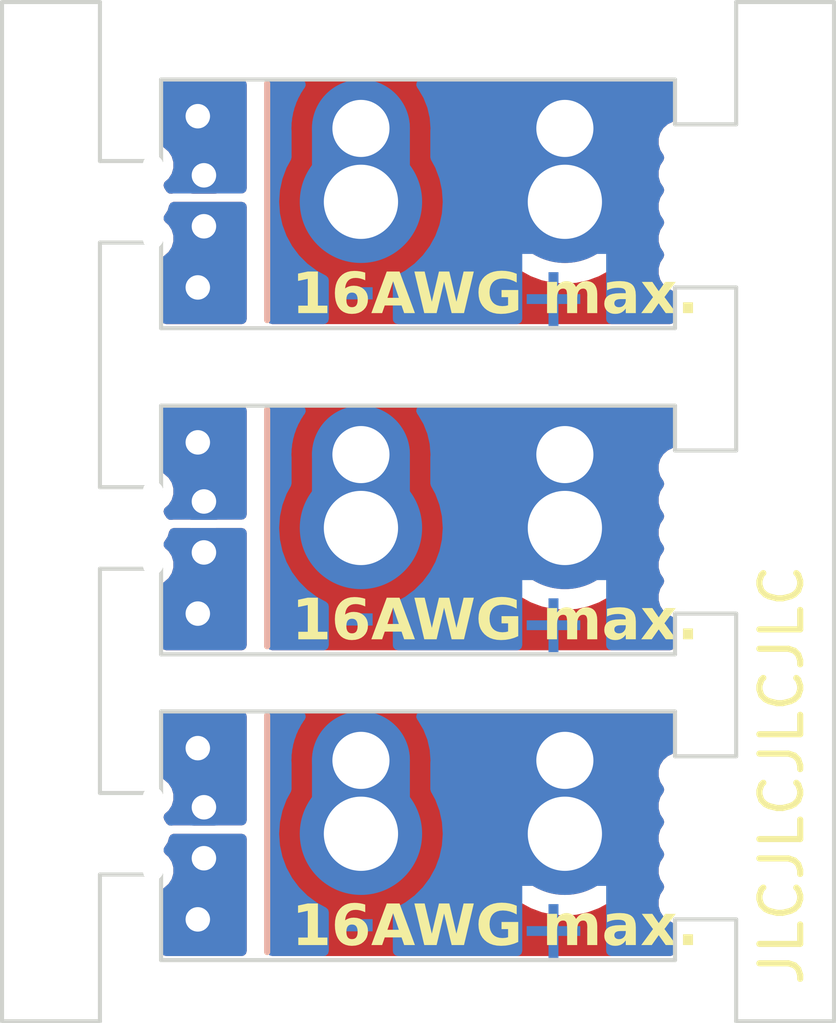
<source format=kicad_pcb>
(kicad_pcb (version 20221018) (generator pcbnew)
  (layers (0 "F.Cu" signal) (31 "B.Cu" signal) (34 "B.Paste" user) (35 "F.Paste" user) (36 "B.SilkS" user "B.Silkscreen") (37 "F.SilkS" user "F.Silkscreen") (38 "B.Mask" user) (39 "F.Mask" user) (44 "Edge.Cuts" user))
  (net 0 "")
  (net 1 "T0")
  (net 2 "g")
  (net 3 "HE-")
  (net 4 "VIN")
  (footprint "NPTH" (layer "F.Cu") (at 207.599558 141.020828)
    (fp_text reference "REF**" hide)
    (fp_text value "NPTH" hide)
    (pad "" np_thru_hole circle (at 0 0) (size 0.5 0.5) (drill 0.5) (layers "F&B.Cu" "*.Mask"))
  )
  (footprint "NPTH" (layer "F.Cu") (at 207.599558 148.520828)
    (fp_text reference "REF**" hide)
    (fp_text value "NPTH" hide)
    (pad "" np_thru_hole circle (at 0 0) (size 0.5 0.5) (drill 0.5) (layers "F&B.Cu" "*.Mask"))
  )
  (footprint "NPTH" (layer "F.Cu") (at 194.6 134.5)
    (fp_text reference "REF**" hide)
    (fp_text value "NPTH" hide)
    (pad "" np_thru_hole circle (at 0 0) (size 0.5 0.5) (drill 0.5) (layers "F&B.Cu" "*.Mask"))
  )
  (footprint "NPTH" (layer "F.Cu") (at 207.599558 141.815621)
    (fp_text reference "REF**" hide)
    (fp_text value "NPTH" hide)
    (pad "" np_thru_hole circle (at 0 0) (size 0.5 0.5) (drill 0.5) (layers "F&B.Cu" "*.Mask"))
  )
  (footprint "NPTH" (layer "F.Cu") (at 207.599558 149.315621)
    (fp_text reference "REF**" hide)
    (fp_text value "NPTH" hide)
    (pad "" np_thru_hole circle (at 0 0) (size 0.5 0.5) (drill 0.5) (layers "F&B.Cu" "*.Mask"))
  )
  (footprint "NPTH" (layer "F.Cu") (at 207.599558 134.610414)
    (fp_text reference "REF**" hide)
    (fp_text value "NPTH" hide)
    (pad "" np_thru_hole circle (at 0 0) (size 0.5 0.5) (drill 0.5) (layers "F&B.Cu" "*.Mask"))
  )
  (footprint "NPTH" (layer "F.Cu") (at 207.599558 150.905207)
    (fp_text reference "REF**" hide)
    (fp_text value "NPTH" hide)
    (pad "" np_thru_hole circle (at 0 0) (size 0.5 0.5) (drill 0.5) (layers "F&B.Cu" "*.Mask"))
  )
  (footprint "NPTH" (layer "F.Cu") (at 207.599558 133.020828)
    (fp_text reference "REF**" hide)
    (fp_text value "NPTH" hide)
    (pad "" np_thru_hole circle (at 0 0) (size 0.5 0.5) (drill 0.5) (layers "F&B.Cu" "*.Mask"))
  )
  (footprint "NPTH" (layer "F.Cu") (at 207.599558 150.110414)
    (fp_text reference "REF**" hide)
    (fp_text value "NPTH" hide)
    (pad "" np_thru_hole circle (at 0 0) (size 0.5 0.5) (drill 0.5) (layers "F&B.Cu" "*.Mask"))
  )
  (footprint "NPTH" (layer "F.Cu") (at 194.7 150.9)
    (fp_text reference "REF**" hide)
    (fp_text value "NPTH" hide)
    (pad "" np_thru_hole circle (at 0 0) (size 0.5 0.5) (drill 0.5) (layers "F&B.Cu" "*.Mask"))
  )
  (footprint "NPTH" (layer "F.Cu") (at 194.7 149.1)
    (fp_text reference "REF**" hide)
    (fp_text value "NPTH" hide)
    (pad "" np_thru_hole circle (at 0 0) (size 0.5 0.5) (drill 0.5) (layers "F&B.Cu" "*.Mask"))
  )
  (footprint "NPTH" (layer "F.Cu") (at 207.599558 143.405207)
    (fp_text reference "REF**" hide)
    (fp_text value "NPTH" hide)
    (pad "" np_thru_hole circle (at 0 0) (size 0.5 0.5) (drill 0.5) (layers "F&B.Cu" "*.Mask"))
  )
  (footprint "NPTH" (layer "F.Cu") (at 207.599558 144.2)
    (fp_text reference "REF**" hide)
    (fp_text value "NPTH" hide)
    (pad "" np_thru_hole circle (at 0 0) (size 0.5 0.5) (drill 0.5) (layers "F&B.Cu" "*.Mask"))
  )
  (footprint "NPTH" (layer "F.Cu") (at 194.7 135.4)
    (fp_text reference "REF**" hide)
    (fp_text value "NPTH" hide)
    (pad "" np_thru_hole circle (at 0 0) (size 0.5 0.5) (drill 0.5) (layers "F&B.Cu" "*.Mask"))
  )
  (footprint "NPTH" (layer "F.Cu") (at 207.599558 136.2)
    (fp_text reference "REF**" hide)
    (fp_text value "NPTH" hide)
    (pad "" np_thru_hole circle (at 0 0) (size 0.5 0.5) (drill 0.5) (layers "F&B.Cu" "*.Mask"))
  )
  (footprint "Connector_Hirose:Hirose_DF13-02P-1.25DSA_1x02_P1.25mm_Vertical" (layer "F.Cu") (at 195.95 150.6 90)
    (fp_text reference "the 2plus2" hide)
    (fp_text value "Hirose_DF13-02P-1.25DSA_1x02_P1.25mm_Vertical" hide)
    (pad "1" thru_hole roundrect (at 0 0 90) (size 0.9 1.4) (drill 0.6) (layers "*.Cu" "*.Mask") (net 2 "g"))
    (pad "T0" thru_hole oval (at 1.25 0 90) (size 0.9 1.4) (drill 0.6) (layers "*.Cu" "*.Mask") (net 1 "T0"))
  )
  (footprint "NPTH" (layer "F.Cu") (at 207.599558 135.405207)
    (fp_text reference "REF**" hide)
    (fp_text value "NPTH" hide)
    (pad "" np_thru_hole circle (at 0 0) (size 0.5 0.5) (drill 0.5) (layers "F&B.Cu" "*.Mask"))
  )
  (footprint "NPTH" (layer "F.Cu") (at 207.599558 133.815621)
    (fp_text reference "REF**" hide)
    (fp_text value "NPTH" hide)
    (pad "" np_thru_hole circle (at 0 0) (size 0.5 0.5) (drill 0.5) (layers "F&B.Cu" "*.Mask"))
  )
  (footprint "Connector_Hirose:Hirose_DF13-02P-1.25DSA_1x02_P1.25mm_Vertical" (layer "F.Cu") (at 195.95 143.1 90)
    (fp_text reference "the 2plus2" hide)
    (fp_text value "Hirose_DF13-02P-1.25DSA_1x02_P1.25mm_Vertical" hide)
    (pad "1" thru_hole roundrect (at 0 0 90) (size 0.9 1.4) (drill 0.6) (layers "*.Cu" "*.Mask") (net 2 "g"))
    (pad "T0" thru_hole oval (at 1.25 0 90) (size 0.9 1.4) (drill 0.6) (layers "*.Cu" "*.Mask") (net 1 "T0"))
  )
  (footprint "NPTH" (layer "F.Cu") (at 194.7 143.4)
    (fp_text reference "REF**" hide)
    (fp_text value "NPTH" hide)
    (pad "" np_thru_hole circle (at 0 0) (size 0.5 0.5) (drill 0.5) (layers "F&B.Cu" "*.Mask"))
  )
  (footprint "NPTH" (layer "F.Cu") (at 194.7 141.6)
    (fp_text reference "REF**" hide)
    (fp_text value "NPTH" hide)
    (pad "" np_thru_hole circle (at 0 0) (size 0.5 0.5) (drill 0.5) (layers "F&B.Cu" "*.Mask"))
  )
  (footprint "NPTH" (layer "F.Cu") (at 194.6 150)
    (fp_text reference "REF**" hide)
    (fp_text value "NPTH" hide)
    (pad "" np_thru_hole circle (at 0 0) (size 0.5 0.5) (drill 0.5) (layers "F&B.Cu" "*.Mask"))
  )
  (footprint "NPTH" (layer "F.Cu") (at 194.7 133.6)
    (fp_text reference "REF**" hide)
    (fp_text value "NPTH" hide)
    (pad "" np_thru_hole circle (at 0 0) (size 0.5 0.5) (drill 0.5) (layers "F&B.Cu" "*.Mask"))
  )
  (footprint "NPTH" (layer "F.Cu") (at 194.6 142.5)
    (fp_text reference "REF**" hide)
    (fp_text value "NPTH" hide)
    (pad "" np_thru_hole circle (at 0 0) (size 0.5 0.5) (drill 0.5) (layers "F&B.Cu" "*.Mask"))
  )
  (footprint "Connector_Hirose:Hirose_DF13-02P-1.25DSA_1x02_P1.25mm_Vertical" (layer "F.Cu") (at 195.95 135.1 90)
    (fp_text reference "the 2plus2" hide)
    (fp_text value "Hirose_DF13-02P-1.25DSA_1x02_P1.25mm_Vertical" hide)
    (pad "1" thru_hole roundrect (at 0 0 90) (size 0.9 1.4) (drill 0.6) (layers "*.Cu" "*.Mask") (net 2 "g"))
    (pad "T0" thru_hole oval (at 1.25 0 90) (size 0.9 1.4) (drill 0.6) (layers "*.Cu" "*.Mask") (net 1 "T0"))
  )
  (footprint "NPTH" (layer "F.Cu") (at 207.599558 142.610414)
    (fp_text reference "REF**" hide)
    (fp_text value "NPTH" hide)
    (pad "" np_thru_hole circle (at 0 0) (size 0.5 0.5) (drill 0.5) (layers "F&B.Cu" "*.Mask"))
  )
  (footprint "NPTH" (layer "F.Cu") (at 207.599558 151.7)
    (fp_text reference "REF**" hide)
    (fp_text value "NPTH" hide)
    (pad "" np_thru_hole circle (at 0 0) (size 0.5 0.5) (drill 0.5) (layers "F&B.Cu" "*.Mask"))
  )
  (gr_line (start 197.5 147.1) (end 197.5 152.9) (stroke (width 0.15)) (layer "B.SilkS"))
  (gr_line (start 197.5 131.6) (end 197.5 137.4) (stroke (width 0.15)) (layer "B.SilkS"))
  (gr_line (start 197.5 139.6) (end 197.5 145.4) (stroke (width 0.15)) (layer "B.SilkS"))
  (gr_line (start 197.5 131.6) (end 197.5 137.4) (stroke (width 0.15)) (layer "F.SilkS"))
  (gr_line (start 197.5 139.6) (end 197.5 145.4) (stroke (width 0.15)) (layer "F.SilkS"))
  (gr_line (start 197.5 147.1) (end 197.5 152.9) (stroke (width 0.15)) (layer "F.SilkS"))
  (gr_line (start 194.9 135.5) (end 193.4 135.5) (stroke (width 0.1)) (layer "Edge.Cuts"))
  (gr_line (start 193.4 133.5) (end 193.4 129.6) (stroke (width 0.1)) (layer "Edge.Cuts"))
  (gr_line (start 207.5 139.5) (end 207.5 140.6) (stroke (width 0.1)) (layer "Edge.Cuts"))
  (gr_line (start 194.9 145.6) (end 194.9 143.5) (stroke (width 0.1)) (layer "Edge.Cuts"))
  (gr_line (start 207.5 147) (end 207.5 148.1) (stroke (width 0.1)) (layer "Edge.Cuts"))
  (gr_line (start 194.9 141.5) (end 194.9 139.5) (stroke (width 0.1)) (layer "Edge.Cuts"))
  (gr_line (start 209 144.6) (end 209 148.1) (stroke (width 0.1)) (layer "Edge.Cuts"))
  (gr_line (start 207.5 144.6) (end 207.5 145.6) (stroke (width 0.1)) (layer "Edge.Cuts"))
  (gr_line (start 209 148.1) (end 207.5 148.1) (stroke (width 0.1)) (layer "Edge.Cuts"))
  (gr_line (start 194.9 149) (end 194.9 147) (stroke (width 0.1)) (layer "Edge.Cuts"))
  (gr_line (start 194.9 151) (end 193.4 151) (stroke (width 0.1)) (layer "Edge.Cuts"))
  (gr_line (start 194.9 143.5) (end 193.4 143.5) (stroke (width 0.1)) (layer "Edge.Cuts"))
  (gr_line (start 193.4 133.5) (end 194.9 133.5) (stroke (width 0.1)) (layer "Edge.Cuts"))
  (gr_line (start 194.9 139.5) (end 207.5 139.5) (stroke (width 0.1)) (layer "Edge.Cuts"))
  (gr_line (start 209 140.6) (end 207.5 140.6) (stroke (width 0.1)) (layer "Edge.Cuts"))
  (gr_line (start 209 132.6) (end 209 129.6) (stroke (width 0.1)) (layer "Edge.Cuts"))
  (gr_line (start 207.5 145.6) (end 194.9 145.6) (stroke (width 0.1)) (layer "Edge.Cuts"))
  (gr_line (start 211.4 154.6) (end 209 154.6) (stroke (width 0.1)) (layer "Edge.Cuts"))
  (gr_line (start 194.9 131.5) (end 207.5 131.5) (stroke (width 0.1)) (layer "Edge.Cuts"))
  (gr_line (start 211.4 129.6) (end 211.4 154.6) (stroke (width 0.1)) (layer "Edge.Cuts"))
  (gr_line (start 207.5 144.6) (end 209 144.6) (stroke (width 0.1)) (layer "Edge.Cuts"))
  (gr_line (start 194.9 153.1) (end 194.9 151) (stroke (width 0.1)) (layer "Edge.Cuts"))
  (gr_line (start 193.4 129.6) (end 191 129.6) (stroke (width 0.1)) (layer "Edge.Cuts"))
  (gr_line (start 193.4 154.6) (end 193.4 151) (stroke (width 0.1)) (layer "Edge.Cuts"))
  (gr_line (start 209 152.1) (end 209 154.6) (stroke (width 0.1)) (layer "Edge.Cuts"))
  (gr_line (start 207.5 131.5) (end 207.5 132.6) (stroke (width 0.1)) (layer "Edge.Cuts"))
  (gr_line (start 193.4 149) (end 193.4 143.5) (stroke (width 0.1)) (layer "Edge.Cuts"))
  (gr_line (start 209 129.6) (end 211.4 129.6) (stroke (width 0.1)) (layer "Edge.Cuts"))
  (gr_line (start 207.5 153.1) (end 194.9 153.1) (stroke (width 0.1)) (layer "Edge.Cuts"))
  (gr_line (start 194.9 137.6) (end 194.9 135.5) (stroke (width 0.1)) (layer "Edge.Cuts"))
  (gr_line (start 207.5 137.6) (end 194.9 137.6) (stroke (width 0.1)) (layer "Edge.Cuts"))
  (gr_line (start 193.4 141.5) (end 193.4 135.5) (stroke (width 0.1)) (layer "Edge.Cuts"))
  (gr_line (start 194.9 133.5) (end 194.9 131.5) (stroke (width 0.1)) (layer "Edge.Cuts"))
  (gr_line (start 207.5 152.1) (end 209 152.1) (stroke (width 0.1)) (layer "Edge.Cuts"))
  (gr_line (start 209 136.6) (end 209 140.6) (stroke (width 0.1)) (layer "Edge.Cuts"))
  (gr_line (start 193.4 149) (end 194.9 149) (stroke (width 0.1)) (layer "Edge.Cuts"))
  (gr_line (start 207.5 152.1) (end 207.5 153.1) (stroke (width 0.1)) (layer "Edge.Cuts"))
  (gr_line (start 207.5 136.6) (end 207.5 137.6) (stroke (width 0.1)) (layer "Edge.Cuts"))
  (gr_line (start 193.4 141.5) (end 194.9 141.5) (stroke (width 0.1)) (layer "Edge.Cuts"))
  (gr_line (start 209 132.6) (end 207.5 132.6) (stroke (width 0.1)) (layer "Edge.Cuts"))
  (gr_line (start 191 154.6) (end 193.4 154.6) (stroke (width 0.1)) (layer "Edge.Cuts"))
  (gr_line (start 194.9 147) (end 207.5 147) (stroke (width 0.1)) (layer "Edge.Cuts"))
  (gr_line (start 207.5 136.6) (end 209 136.6) (stroke (width 0.1)) (layer "Edge.Cuts"))
  (gr_line (start 191 129.6) (end 191 154.6) (stroke (width 0.1)) (layer "Edge.Cuts"))
  (gr_text "+" (at 205.4 145.8) (layer "B.Cu") (effects (font (size 1.5 1.5) (thickness 0.3) bold) (justify left bottom mirror)))
  (gr_text "+" (at 205.4 137.8) (layer "B.Cu") (effects (font (size 1.5 1.5) (thickness 0.3) bold) (justify left bottom mirror)))
  (gr_text "-" (at 200.2 153.1) (layer "B.Cu") (effects (font (size 1.5 1.5) (thickness 0.3) bold) (justify left bottom mirror)))
  (gr_text "-" (at 200.2 137.6) (layer "B.Cu") (effects (font (size 1.5 1.5) (thickness 0.3) bold) (justify left bottom mirror)))
  (gr_text "-" (at 200.2 145.6) (layer "B.Cu") (effects (font (size 1.5 1.5) (thickness 0.3) bold) (justify left bottom mirror)))
  (gr_text "+" (at 205.4 153.3) (layer "B.Cu") (effects (font (size 1.5 1.5) (thickness 0.3) bold) (justify left bottom mirror)))
  (gr_text "16AWG max." (at 198.1 145.4) (layer "F.SilkS") (effects (font (size 1 1) (thickness 0.25) bold) (justify left bottom)))
  (gr_text "16AWG max." (at 198.1 152.9) (layer "F.SilkS") (effects (font (size 1 1) (thickness 0.25) bold) (justify left bottom)))
  (gr_text "JLCJLCJLCJLC" (at 210.7 153.8 90) (layer "F.SilkS") (effects (font (size 1 1)) (justify left bottom)))
  (gr_text "16AWG max." (at 198.1 137.4) (layer "F.SilkS") (effects (font (size 1 1) (thickness 0.25) bold) (justify left bottom)))
  (via (at 195.8 140.4) (size 1) (drill 0.6) (layers "F.Cu" "B.Cu") (net 1))
  (via (at 195.8 147.9) (size 1) (drill 0.6) (layers "F.Cu" "B.Cu") (net 1))
  (via (at 195.8 132.4) (size 1) (drill 0.6) (layers "F.Cu" "B.Cu") (net 1))
  (segment (start 195.95 140.55) (end 195.8 140.4) (width 0.5) (layer "B.Cu") (net 1))
  (segment (start 195.95 132.55) (end 195.8 132.4) (width 0.5) (layer "B.Cu") (net 1))
  (segment (start 195.95 148.05) (end 195.8 147.9) (width 0.5) (layer "B.Cu") (net 1))
  (via (at 195.8 136.6) (size 1) (drill 0.6) (layers "F.Cu" "B.Cu") (net 2))
  (via (at 195.8 152.1) (size 1) (drill 0.6) (layers "F.Cu" "B.Cu") (net 2))
  (via (at 195.8 144.6) (size 1) (drill 0.6) (layers "F.Cu" "B.Cu") (net 2))
  (segment (start 195.95 136.45) (end 195.8 136.6) (width 0.5) (layer "B.Cu") (net 2))
  (segment (start 195.95 151.95) (end 195.8 152.1) (width 0.5) (layer "B.Cu") (net 2))
  (segment (start 195.95 144.45) (end 195.8 144.6) (width 0.5) (layer "B.Cu") (net 2))
  (via (at 199.8 150) (size 3) (drill 1.82) (layers "F.Cu" "B.Cu") (net 3))
  (via (at 199.8 134.5) (size 3) (drill 1.82) (layers "F.Cu" "B.Cu") (net 3))
  (via (at 199.8 140.7) (size 2.4) (drill 1.4) (layers "F.Cu" "B.Cu") (net 3))
  (via (at 199.8 132.7) (size 2.4) (drill 1.4) (layers "F.Cu" "B.Cu") (net 3))
  (via (at 199.8 148.2) (size 2.4) (drill 1.4) (layers "F.Cu" "B.Cu") (net 3))
  (via (at 199.8 142.5) (size 3) (drill 1.82) (layers "F.Cu" "B.Cu") (net 3))
  (segment (start 199.8 148.2) (end 199.8 150) (width 2.4) (layer "B.Cu") (net 3))
  (segment (start 199.8 140.7) (end 199.8 142.5) (width 2.4) (layer "B.Cu") (net 3))
  (segment (start 199.8 132.7) (end 199.8 134.5) (width 2.4) (layer "B.Cu") (net 3))
  (segment (start 204.8 132.7) (end 204.8 134.5) (width 2.4) (layer "F.Cu") (net 4))
  (segment (start 204.8 140.7) (end 204.8 142.5) (width 2.4) (layer "F.Cu") (net 4))
  (segment (start 204.8 148.2) (end 204.8 150) (width 2.4) (layer "F.Cu") (net 4))
  (via (at 204.8 148.2) (size 2.4) (drill 1.4) (layers "F.Cu" "B.Cu") (net 4))
  (via (at 204.8 142.5) (size 3) (drill 1.82) (layers "F.Cu" "B.Cu") (net 4))
  (via (at 204.8 132.7) (size 2.4) (drill 1.4) (layers "F.Cu" "B.Cu") (net 4))
  (via (at 204.8 150) (size 3) (drill 1.82) (layers "F.Cu" "B.Cu") (net 4))
  (via (at 204.8 140.7) (size 2.4) (drill 1.4) (layers "F.Cu" "B.Cu") (net 4))
  (via (at 204.8 134.5) (size 3) (drill 1.82) (layers "F.Cu" "B.Cu") (net 4))
  (zone (net 3) (net_name "HE-") (layer "F.Cu") (name "HE+") (connect_pads (clearance 0.5)) (min_thickness 0.25) (fill yes (thermal_gap 0.5) (thermal_bridge_width 0.5))
    (polygon (pts (xy 207.5 139.5) (xy 207.5 145.5) (xy 197.5 145.5) (xy 197.5 139.5)))
  )
  (zone (net 3) (net_name "HE-") (layer "F.Cu") (name "HE+") (connect_pads (clearance 0.5)) (min_thickness 0.25) (fill yes (thermal_gap 0.5) (thermal_bridge_width 0.5))
    (polygon (pts (xy 207.5 131.5) (xy 207.5 137.5) (xy 197.5 137.5) (xy 197.5 131.5)))
  )
  (zone (net 3) (net_name "HE-") (layer "F.Cu") (name "HE+") (connect_pads (clearance 0.5)) (min_thickness 0.25) (fill yes (thermal_gap 0.5) (thermal_bridge_width 0.5))
    (polygon (pts (xy 207.5 147) (xy 207.5 153) (xy 197.5 153) (xy 197.5 147)))
  )
  (zone (net 1) (net_name "T0") (layers "F&B.Cu") (name "HE+") (priority 2) (connect_pads yes (clearance 0)) (min_thickness 0.25) (fill yes (thermal_gap 0.5) (thermal_bridge_width 0.5))
    (polygon (pts (xy 194.9 139.5) (xy 197 139.5) (xy 197 142.4) (xy 194.9 142.4)))
  )
  (zone (net 2) (net_name "g") (layers "F&B.Cu") (name "HE+") (priority 3) (connect_pads yes (clearance 0)) (min_thickness 0.25) (fill yes (thermal_gap 0.5) (thermal_bridge_width 0.5))
    (polygon (pts (xy 194.9 145.5) (xy 197 145.5) (xy 197 142.5) (xy 194.9 142.5)))
  )
  (zone (net 1) (net_name "T0") (layers "F&B.Cu") (name "HE+") (priority 2) (connect_pads yes (clearance 0)) (min_thickness 0.25) (fill yes (thermal_gap 0.5) (thermal_bridge_width 0.5))
    (polygon (pts (xy 194.9 131.5) (xy 197 131.5) (xy 197 134.4) (xy 194.9 134.4)))
  )
  (zone (net 1) (net_name "T0") (layers "F&B.Cu") (name "HE+") (priority 2) (connect_pads yes (clearance 0)) (min_thickness 0.25) (fill yes (thermal_gap 0.5) (thermal_bridge_width 0.5))
    (polygon (pts (xy 194.9 147) (xy 197 147) (xy 197 149.9) (xy 194.9 149.9)))
  )
  (zone (net 2) (net_name "g") (layers "F&B.Cu") (name "HE+") (priority 3) (connect_pads yes (clearance 0)) (min_thickness 0.25) (fill yes (thermal_gap 0.5) (thermal_bridge_width 0.5))
    (polygon (pts (xy 194.9 137.5) (xy 197 137.5) (xy 197 134.5) (xy 194.9 134.5)))
  )
  (zone (net 2) (net_name "g") (layers "F&B.Cu") (name "HE+") (priority 3) (connect_pads yes (clearance 0)) (min_thickness 0.25) (fill yes (thermal_gap 0.5) (thermal_bridge_width 0.5))
    (polygon (pts (xy 194.9 153) (xy 197 153) (xy 197 150) (xy 194.9 150)))
  )
  (zone (net 4) (net_name "VIN") (layer "B.Cu") (name "HE+") (priority 1) (connect_pads (clearance 0.5)) (min_thickness 0.25) (fill yes (thermal_gap 0.5) (thermal_bridge_width 0.5))
    (polygon (pts (xy 207.5 131.5) (xy 207.5 137.5) (xy 197.5 137.5) (xy 197.5 131.5)))
  )
  (zone (net 4) (net_name "VIN") (layer "B.Cu") (name "HE+") (priority 1) (connect_pads (clearance 0.5)) (min_thickness 0.25) (fill yes (thermal_gap 0.5) (thermal_bridge_width 0.5))
    (polygon (pts (xy 207.5 147) (xy 207.5 153) (xy 197.5 153) (xy 197.5 147)))
  )
  (zone (net 4) (net_name "VIN") (layer "B.Cu") (name "HE+") (priority 1) (connect_pads (clearance 0.5)) (min_thickness 0.25) (fill yes (thermal_gap 0.5) (thermal_bridge_width 0.5))
    (polygon (pts (xy 207.5 139.5) (xy 207.5 145.5) (xy 197.5 145.5) (xy 197.5 139.5)))
  )
)
</source>
